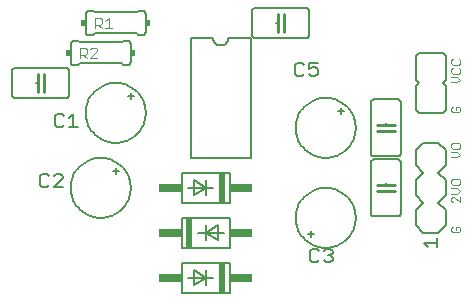
<source format=gto>
G75*
%MOIN*%
%OFA0B0*%
%FSLAX24Y24*%
%IPPOS*%
%LPD*%
%AMOC8*
5,1,8,0,0,1.08239X$1,22.5*
%
%ADD10C,0.0030*%
%ADD11C,0.0060*%
%ADD12C,0.0050*%
%ADD13C,0.0100*%
%ADD14R,0.0200X0.1000*%
%ADD15R,0.0750X0.0300*%
%ADD16R,0.0150X0.0200*%
%ADD17C,0.0040*%
D10*
X015375Y002243D02*
X015423Y002195D01*
X015617Y002195D01*
X015665Y002243D01*
X015665Y002340D01*
X015617Y002388D01*
X015520Y002388D01*
X015520Y002292D01*
X015423Y002388D02*
X015375Y002340D01*
X015375Y002243D01*
X015423Y003195D02*
X015375Y003243D01*
X015375Y003340D01*
X015423Y003388D01*
X015472Y003388D01*
X015665Y003195D01*
X015665Y003388D01*
X015568Y003490D02*
X015665Y003586D01*
X015568Y003683D01*
X015375Y003683D01*
X015423Y003784D02*
X015375Y003833D01*
X015375Y003929D01*
X015423Y003978D01*
X015617Y003978D01*
X015665Y003929D01*
X015665Y003833D01*
X015617Y003784D01*
X015423Y003784D01*
X015375Y003490D02*
X015568Y003490D01*
X015568Y004695D02*
X015375Y004695D01*
X015568Y004695D02*
X015665Y004792D01*
X015568Y004888D01*
X015375Y004888D01*
X015423Y004990D02*
X015375Y005038D01*
X015375Y005135D01*
X015423Y005183D01*
X015617Y005183D01*
X015665Y005135D01*
X015665Y005038D01*
X015617Y004990D01*
X015423Y004990D01*
X015423Y006195D02*
X015617Y006195D01*
X015665Y006243D01*
X015665Y006340D01*
X015617Y006388D01*
X015520Y006388D01*
X015520Y006292D01*
X015423Y006388D02*
X015375Y006340D01*
X015375Y006243D01*
X015423Y006195D01*
X015375Y007195D02*
X015568Y007195D01*
X015665Y007292D01*
X015568Y007388D01*
X015375Y007388D01*
X015423Y007490D02*
X015375Y007538D01*
X015375Y007635D01*
X015423Y007683D01*
X015423Y007784D02*
X015375Y007833D01*
X015375Y007929D01*
X015423Y007978D01*
X015617Y007978D02*
X015665Y007929D01*
X015665Y007833D01*
X015617Y007784D01*
X015423Y007784D01*
X015617Y007683D02*
X015665Y007635D01*
X015665Y007538D01*
X015617Y007490D01*
X015423Y007490D01*
D11*
X015180Y007280D02*
X015180Y008080D01*
X015080Y008180D01*
X014280Y008180D01*
X014180Y008080D01*
X014180Y007280D01*
X014280Y007180D01*
X014180Y007080D01*
X014180Y006280D01*
X014280Y006180D01*
X015080Y006180D01*
X015180Y006280D01*
X015180Y007080D01*
X015080Y007180D01*
X015180Y007280D01*
X013680Y006530D02*
X013680Y004830D01*
X013678Y004813D01*
X013674Y004796D01*
X013667Y004780D01*
X013657Y004766D01*
X013644Y004753D01*
X013630Y004743D01*
X013614Y004736D01*
X013597Y004732D01*
X013580Y004730D01*
X012780Y004730D01*
X012780Y004630D02*
X013580Y004630D01*
X013597Y004628D01*
X013614Y004624D01*
X013630Y004617D01*
X013644Y004607D01*
X013657Y004594D01*
X013667Y004580D01*
X013674Y004564D01*
X013678Y004547D01*
X013680Y004530D01*
X013680Y002830D01*
X013678Y002813D01*
X013674Y002796D01*
X013667Y002780D01*
X013657Y002766D01*
X013644Y002753D01*
X013630Y002743D01*
X013614Y002736D01*
X013597Y002732D01*
X013580Y002730D01*
X012780Y002730D01*
X012763Y002732D01*
X012746Y002736D01*
X012730Y002743D01*
X012716Y002753D01*
X012703Y002766D01*
X012693Y002780D01*
X012686Y002796D01*
X012682Y002813D01*
X012680Y002830D01*
X012680Y004530D01*
X012682Y004547D01*
X012686Y004564D01*
X012693Y004580D01*
X012703Y004594D01*
X012716Y004607D01*
X012730Y004617D01*
X012746Y004624D01*
X012763Y004628D01*
X012780Y004630D01*
X012780Y004730D02*
X012763Y004732D01*
X012746Y004736D01*
X012730Y004743D01*
X012716Y004753D01*
X012703Y004766D01*
X012693Y004780D01*
X012686Y004796D01*
X012682Y004813D01*
X012680Y004830D01*
X012680Y006530D01*
X012682Y006547D01*
X012686Y006564D01*
X012693Y006580D01*
X012703Y006594D01*
X012716Y006607D01*
X012730Y006617D01*
X012746Y006624D01*
X012763Y006628D01*
X012780Y006630D01*
X013580Y006630D01*
X013597Y006628D01*
X013614Y006624D01*
X013630Y006617D01*
X013644Y006607D01*
X013657Y006594D01*
X013667Y006580D01*
X013674Y006564D01*
X013678Y006547D01*
X013680Y006530D01*
X013180Y005830D02*
X013180Y005780D01*
X013180Y005580D02*
X013180Y005530D01*
X014180Y004930D02*
X014430Y005180D01*
X014930Y005180D01*
X015180Y004930D01*
X015180Y004430D01*
X014930Y004180D01*
X015180Y003930D01*
X015180Y003430D01*
X014930Y003180D01*
X015180Y002930D01*
X015180Y002430D01*
X014930Y002180D01*
X014430Y002180D01*
X014180Y002430D01*
X014180Y002930D01*
X014430Y003180D01*
X014180Y003430D01*
X014180Y003930D01*
X014430Y004180D01*
X014180Y004430D01*
X014180Y004930D01*
X013180Y003830D02*
X013180Y003780D01*
X013180Y003580D02*
X013180Y003530D01*
X010180Y002680D02*
X010182Y002743D01*
X010188Y002805D01*
X010198Y002867D01*
X010211Y002929D01*
X010229Y002989D01*
X010250Y003048D01*
X010275Y003106D01*
X010304Y003162D01*
X010336Y003216D01*
X010371Y003268D01*
X010409Y003317D01*
X010451Y003365D01*
X010495Y003409D01*
X010543Y003451D01*
X010592Y003489D01*
X010644Y003524D01*
X010698Y003556D01*
X010754Y003585D01*
X010812Y003610D01*
X010871Y003631D01*
X010931Y003649D01*
X010993Y003662D01*
X011055Y003672D01*
X011117Y003678D01*
X011180Y003680D01*
X011243Y003678D01*
X011305Y003672D01*
X011367Y003662D01*
X011429Y003649D01*
X011489Y003631D01*
X011548Y003610D01*
X011606Y003585D01*
X011662Y003556D01*
X011716Y003524D01*
X011768Y003489D01*
X011817Y003451D01*
X011865Y003409D01*
X011909Y003365D01*
X011951Y003317D01*
X011989Y003268D01*
X012024Y003216D01*
X012056Y003162D01*
X012085Y003106D01*
X012110Y003048D01*
X012131Y002989D01*
X012149Y002929D01*
X012162Y002867D01*
X012172Y002805D01*
X012178Y002743D01*
X012180Y002680D01*
X012178Y002617D01*
X012172Y002555D01*
X012162Y002493D01*
X012149Y002431D01*
X012131Y002371D01*
X012110Y002312D01*
X012085Y002254D01*
X012056Y002198D01*
X012024Y002144D01*
X011989Y002092D01*
X011951Y002043D01*
X011909Y001995D01*
X011865Y001951D01*
X011817Y001909D01*
X011768Y001871D01*
X011716Y001836D01*
X011662Y001804D01*
X011606Y001775D01*
X011548Y001750D01*
X011489Y001729D01*
X011429Y001711D01*
X011367Y001698D01*
X011305Y001688D01*
X011243Y001682D01*
X011180Y001680D01*
X011117Y001682D01*
X011055Y001688D01*
X010993Y001698D01*
X010931Y001711D01*
X010871Y001729D01*
X010812Y001750D01*
X010754Y001775D01*
X010698Y001804D01*
X010644Y001836D01*
X010592Y001871D01*
X010543Y001909D01*
X010495Y001951D01*
X010451Y001995D01*
X010409Y002043D01*
X010371Y002092D01*
X010336Y002144D01*
X010304Y002198D01*
X010275Y002254D01*
X010250Y002312D01*
X010229Y002371D01*
X010211Y002431D01*
X010198Y002493D01*
X010188Y002555D01*
X010182Y002617D01*
X010180Y002680D01*
X010680Y002230D02*
X010680Y002130D01*
X010580Y002130D01*
X010680Y002130D02*
X010680Y002030D01*
X010680Y002130D02*
X010780Y002130D01*
X007980Y001680D02*
X007980Y002680D01*
X006380Y002680D01*
X006380Y001680D01*
X007980Y001680D01*
X007580Y001930D02*
X007180Y002180D01*
X007180Y001930D01*
X007180Y002180D02*
X006930Y002180D01*
X007180Y002180D02*
X007180Y002430D01*
X007180Y002180D02*
X007580Y002430D01*
X007580Y001930D01*
X007780Y002180D02*
X007180Y002180D01*
X007980Y003180D02*
X006380Y003180D01*
X006380Y004180D01*
X007980Y004180D01*
X007980Y003180D01*
X007430Y003680D02*
X007180Y003680D01*
X007180Y003930D01*
X007180Y003680D02*
X007180Y003430D01*
X007180Y003680D02*
X006780Y003430D01*
X006780Y003930D01*
X007180Y003680D01*
X006580Y003680D01*
X006680Y004680D02*
X008680Y004680D01*
X008680Y008680D01*
X007930Y008680D01*
X007928Y008650D01*
X007923Y008620D01*
X007914Y008591D01*
X007901Y008564D01*
X007886Y008538D01*
X007867Y008514D01*
X007846Y008493D01*
X007822Y008474D01*
X007796Y008459D01*
X007769Y008446D01*
X007740Y008437D01*
X007710Y008432D01*
X007680Y008430D01*
X007650Y008432D01*
X007620Y008437D01*
X007591Y008446D01*
X007564Y008459D01*
X007538Y008474D01*
X007514Y008493D01*
X007493Y008514D01*
X007474Y008538D01*
X007459Y008564D01*
X007446Y008591D01*
X007437Y008620D01*
X007432Y008650D01*
X007430Y008680D01*
X006680Y008680D01*
X006680Y004680D01*
X004280Y004230D02*
X004180Y004230D01*
X004180Y004130D01*
X004180Y004230D02*
X004080Y004230D01*
X004180Y004230D02*
X004180Y004330D01*
X002680Y003680D02*
X002682Y003743D01*
X002688Y003805D01*
X002698Y003867D01*
X002711Y003929D01*
X002729Y003989D01*
X002750Y004048D01*
X002775Y004106D01*
X002804Y004162D01*
X002836Y004216D01*
X002871Y004268D01*
X002909Y004317D01*
X002951Y004365D01*
X002995Y004409D01*
X003043Y004451D01*
X003092Y004489D01*
X003144Y004524D01*
X003198Y004556D01*
X003254Y004585D01*
X003312Y004610D01*
X003371Y004631D01*
X003431Y004649D01*
X003493Y004662D01*
X003555Y004672D01*
X003617Y004678D01*
X003680Y004680D01*
X003743Y004678D01*
X003805Y004672D01*
X003867Y004662D01*
X003929Y004649D01*
X003989Y004631D01*
X004048Y004610D01*
X004106Y004585D01*
X004162Y004556D01*
X004216Y004524D01*
X004268Y004489D01*
X004317Y004451D01*
X004365Y004409D01*
X004409Y004365D01*
X004451Y004317D01*
X004489Y004268D01*
X004524Y004216D01*
X004556Y004162D01*
X004585Y004106D01*
X004610Y004048D01*
X004631Y003989D01*
X004649Y003929D01*
X004662Y003867D01*
X004672Y003805D01*
X004678Y003743D01*
X004680Y003680D01*
X004678Y003617D01*
X004672Y003555D01*
X004662Y003493D01*
X004649Y003431D01*
X004631Y003371D01*
X004610Y003312D01*
X004585Y003254D01*
X004556Y003198D01*
X004524Y003144D01*
X004489Y003092D01*
X004451Y003043D01*
X004409Y002995D01*
X004365Y002951D01*
X004317Y002909D01*
X004268Y002871D01*
X004216Y002836D01*
X004162Y002804D01*
X004106Y002775D01*
X004048Y002750D01*
X003989Y002729D01*
X003929Y002711D01*
X003867Y002698D01*
X003805Y002688D01*
X003743Y002682D01*
X003680Y002680D01*
X003617Y002682D01*
X003555Y002688D01*
X003493Y002698D01*
X003431Y002711D01*
X003371Y002729D01*
X003312Y002750D01*
X003254Y002775D01*
X003198Y002804D01*
X003144Y002836D01*
X003092Y002871D01*
X003043Y002909D01*
X002995Y002951D01*
X002951Y002995D01*
X002909Y003043D01*
X002871Y003092D01*
X002836Y003144D01*
X002804Y003198D01*
X002775Y003254D01*
X002750Y003312D01*
X002729Y003371D01*
X002711Y003431D01*
X002698Y003493D01*
X002688Y003555D01*
X002682Y003617D01*
X002680Y003680D01*
X003180Y006180D02*
X003182Y006243D01*
X003188Y006305D01*
X003198Y006367D01*
X003211Y006429D01*
X003229Y006489D01*
X003250Y006548D01*
X003275Y006606D01*
X003304Y006662D01*
X003336Y006716D01*
X003371Y006768D01*
X003409Y006817D01*
X003451Y006865D01*
X003495Y006909D01*
X003543Y006951D01*
X003592Y006989D01*
X003644Y007024D01*
X003698Y007056D01*
X003754Y007085D01*
X003812Y007110D01*
X003871Y007131D01*
X003931Y007149D01*
X003993Y007162D01*
X004055Y007172D01*
X004117Y007178D01*
X004180Y007180D01*
X004243Y007178D01*
X004305Y007172D01*
X004367Y007162D01*
X004429Y007149D01*
X004489Y007131D01*
X004548Y007110D01*
X004606Y007085D01*
X004662Y007056D01*
X004716Y007024D01*
X004768Y006989D01*
X004817Y006951D01*
X004865Y006909D01*
X004909Y006865D01*
X004951Y006817D01*
X004989Y006768D01*
X005024Y006716D01*
X005056Y006662D01*
X005085Y006606D01*
X005110Y006548D01*
X005131Y006489D01*
X005149Y006429D01*
X005162Y006367D01*
X005172Y006305D01*
X005178Y006243D01*
X005180Y006180D01*
X005178Y006117D01*
X005172Y006055D01*
X005162Y005993D01*
X005149Y005931D01*
X005131Y005871D01*
X005110Y005812D01*
X005085Y005754D01*
X005056Y005698D01*
X005024Y005644D01*
X004989Y005592D01*
X004951Y005543D01*
X004909Y005495D01*
X004865Y005451D01*
X004817Y005409D01*
X004768Y005371D01*
X004716Y005336D01*
X004662Y005304D01*
X004606Y005275D01*
X004548Y005250D01*
X004489Y005229D01*
X004429Y005211D01*
X004367Y005198D01*
X004305Y005188D01*
X004243Y005182D01*
X004180Y005180D01*
X004117Y005182D01*
X004055Y005188D01*
X003993Y005198D01*
X003931Y005211D01*
X003871Y005229D01*
X003812Y005250D01*
X003754Y005275D01*
X003698Y005304D01*
X003644Y005336D01*
X003592Y005371D01*
X003543Y005409D01*
X003495Y005451D01*
X003451Y005495D01*
X003409Y005543D01*
X003371Y005592D01*
X003336Y005644D01*
X003304Y005698D01*
X003275Y005754D01*
X003250Y005812D01*
X003229Y005871D01*
X003211Y005931D01*
X003198Y005993D01*
X003188Y006055D01*
X003182Y006117D01*
X003180Y006180D01*
X002530Y006680D02*
X000830Y006680D01*
X000813Y006682D01*
X000796Y006686D01*
X000780Y006693D01*
X000766Y006703D01*
X000753Y006716D01*
X000743Y006730D01*
X000736Y006746D01*
X000732Y006763D01*
X000730Y006780D01*
X000730Y007580D01*
X000732Y007597D01*
X000736Y007614D01*
X000743Y007630D01*
X000753Y007644D01*
X000766Y007657D01*
X000780Y007667D01*
X000796Y007674D01*
X000813Y007678D01*
X000830Y007680D01*
X002530Y007680D01*
X002547Y007678D01*
X002564Y007674D01*
X002580Y007667D01*
X002594Y007657D01*
X002607Y007644D01*
X002617Y007630D01*
X002624Y007614D01*
X002628Y007597D01*
X002630Y007580D01*
X002630Y006780D01*
X002628Y006763D01*
X002624Y006746D01*
X002617Y006730D01*
X002607Y006716D01*
X002594Y006703D01*
X002580Y006693D01*
X002564Y006686D01*
X002547Y006682D01*
X002530Y006680D01*
X001830Y007180D02*
X001780Y007180D01*
X001580Y007180D02*
X001530Y007180D01*
X002680Y007880D02*
X002680Y008480D01*
X002682Y008497D01*
X002686Y008514D01*
X002693Y008530D01*
X002703Y008544D01*
X002716Y008557D01*
X002730Y008567D01*
X002746Y008574D01*
X002763Y008578D01*
X002780Y008580D01*
X002930Y008580D01*
X002980Y008530D01*
X004380Y008530D01*
X004430Y008580D01*
X004580Y008580D01*
X004597Y008578D01*
X004614Y008574D01*
X004630Y008567D01*
X004644Y008557D01*
X004657Y008544D01*
X004667Y008530D01*
X004674Y008514D01*
X004678Y008497D01*
X004680Y008480D01*
X004680Y007880D01*
X004678Y007863D01*
X004674Y007846D01*
X004667Y007830D01*
X004657Y007816D01*
X004644Y007803D01*
X004630Y007793D01*
X004614Y007786D01*
X004597Y007782D01*
X004580Y007780D01*
X004430Y007780D01*
X004380Y007830D01*
X002980Y007830D01*
X002930Y007780D01*
X002780Y007780D01*
X002763Y007782D01*
X002746Y007786D01*
X002730Y007793D01*
X002716Y007803D01*
X002703Y007816D01*
X002693Y007830D01*
X002686Y007846D01*
X002682Y007863D01*
X002680Y007880D01*
X003280Y008780D02*
X003430Y008780D01*
X003480Y008830D01*
X004880Y008830D01*
X004930Y008780D01*
X005080Y008780D01*
X005097Y008782D01*
X005114Y008786D01*
X005130Y008793D01*
X005144Y008803D01*
X005157Y008816D01*
X005167Y008830D01*
X005174Y008846D01*
X005178Y008863D01*
X005180Y008880D01*
X005180Y009480D01*
X005178Y009497D01*
X005174Y009514D01*
X005167Y009530D01*
X005157Y009544D01*
X005144Y009557D01*
X005130Y009567D01*
X005114Y009574D01*
X005097Y009578D01*
X005080Y009580D01*
X004930Y009580D01*
X004880Y009530D01*
X003480Y009530D01*
X003430Y009580D01*
X003280Y009580D01*
X003263Y009578D01*
X003246Y009574D01*
X003230Y009567D01*
X003216Y009557D01*
X003203Y009544D01*
X003193Y009530D01*
X003186Y009514D01*
X003182Y009497D01*
X003180Y009480D01*
X003180Y008880D01*
X003182Y008863D01*
X003186Y008846D01*
X003193Y008830D01*
X003203Y008816D01*
X003216Y008803D01*
X003230Y008793D01*
X003246Y008786D01*
X003263Y008782D01*
X003280Y008780D01*
X004680Y006830D02*
X004680Y006730D01*
X004780Y006730D01*
X004680Y006730D02*
X004680Y006630D01*
X004680Y006730D02*
X004580Y006730D01*
X008730Y008780D02*
X008730Y009580D01*
X008732Y009597D01*
X008736Y009614D01*
X008743Y009630D01*
X008753Y009644D01*
X008766Y009657D01*
X008780Y009667D01*
X008796Y009674D01*
X008813Y009678D01*
X008830Y009680D01*
X010530Y009680D01*
X010547Y009678D01*
X010564Y009674D01*
X010580Y009667D01*
X010594Y009657D01*
X010607Y009644D01*
X010617Y009630D01*
X010624Y009614D01*
X010628Y009597D01*
X010630Y009580D01*
X010630Y008780D01*
X010628Y008763D01*
X010624Y008746D01*
X010617Y008730D01*
X010607Y008716D01*
X010594Y008703D01*
X010580Y008693D01*
X010564Y008686D01*
X010547Y008682D01*
X010530Y008680D01*
X008830Y008680D01*
X008813Y008682D01*
X008796Y008686D01*
X008780Y008693D01*
X008766Y008703D01*
X008753Y008716D01*
X008743Y008730D01*
X008736Y008746D01*
X008732Y008763D01*
X008730Y008780D01*
X009530Y009180D02*
X009580Y009180D01*
X009780Y009180D02*
X009830Y009180D01*
X011680Y006330D02*
X011680Y006230D01*
X011780Y006230D01*
X011680Y006230D02*
X011680Y006130D01*
X011680Y006230D02*
X011580Y006230D01*
X010180Y005680D02*
X010182Y005743D01*
X010188Y005805D01*
X010198Y005867D01*
X010211Y005929D01*
X010229Y005989D01*
X010250Y006048D01*
X010275Y006106D01*
X010304Y006162D01*
X010336Y006216D01*
X010371Y006268D01*
X010409Y006317D01*
X010451Y006365D01*
X010495Y006409D01*
X010543Y006451D01*
X010592Y006489D01*
X010644Y006524D01*
X010698Y006556D01*
X010754Y006585D01*
X010812Y006610D01*
X010871Y006631D01*
X010931Y006649D01*
X010993Y006662D01*
X011055Y006672D01*
X011117Y006678D01*
X011180Y006680D01*
X011243Y006678D01*
X011305Y006672D01*
X011367Y006662D01*
X011429Y006649D01*
X011489Y006631D01*
X011548Y006610D01*
X011606Y006585D01*
X011662Y006556D01*
X011716Y006524D01*
X011768Y006489D01*
X011817Y006451D01*
X011865Y006409D01*
X011909Y006365D01*
X011951Y006317D01*
X011989Y006268D01*
X012024Y006216D01*
X012056Y006162D01*
X012085Y006106D01*
X012110Y006048D01*
X012131Y005989D01*
X012149Y005929D01*
X012162Y005867D01*
X012172Y005805D01*
X012178Y005743D01*
X012180Y005680D01*
X012178Y005617D01*
X012172Y005555D01*
X012162Y005493D01*
X012149Y005431D01*
X012131Y005371D01*
X012110Y005312D01*
X012085Y005254D01*
X012056Y005198D01*
X012024Y005144D01*
X011989Y005092D01*
X011951Y005043D01*
X011909Y004995D01*
X011865Y004951D01*
X011817Y004909D01*
X011768Y004871D01*
X011716Y004836D01*
X011662Y004804D01*
X011606Y004775D01*
X011548Y004750D01*
X011489Y004729D01*
X011429Y004711D01*
X011367Y004698D01*
X011305Y004688D01*
X011243Y004682D01*
X011180Y004680D01*
X011117Y004682D01*
X011055Y004688D01*
X010993Y004698D01*
X010931Y004711D01*
X010871Y004729D01*
X010812Y004750D01*
X010754Y004775D01*
X010698Y004804D01*
X010644Y004836D01*
X010592Y004871D01*
X010543Y004909D01*
X010495Y004951D01*
X010451Y004995D01*
X010409Y005043D01*
X010371Y005092D01*
X010336Y005144D01*
X010304Y005198D01*
X010275Y005254D01*
X010250Y005312D01*
X010229Y005371D01*
X010211Y005431D01*
X010198Y005493D01*
X010188Y005555D01*
X010182Y005617D01*
X010180Y005680D01*
X007980Y001180D02*
X006380Y001180D01*
X006380Y000180D01*
X007980Y000180D01*
X007980Y001180D01*
X007430Y000680D02*
X007180Y000680D01*
X007180Y000930D01*
X007180Y000680D02*
X007180Y000430D01*
X007180Y000680D02*
X006780Y000430D01*
X006780Y000930D01*
X007180Y000680D01*
X006580Y000680D01*
D12*
X001880Y003705D02*
X001730Y003705D01*
X001655Y003780D01*
X001655Y004080D01*
X001730Y004155D01*
X001880Y004155D01*
X001955Y004080D01*
X002115Y004080D02*
X002190Y004155D01*
X002341Y004155D01*
X002416Y004080D01*
X002416Y004005D01*
X002115Y003705D01*
X002416Y003705D01*
X001955Y003780D02*
X001880Y003705D01*
X002230Y005705D02*
X002380Y005705D01*
X002455Y005780D01*
X002615Y005705D02*
X002916Y005705D01*
X002766Y005705D02*
X002766Y006155D01*
X002615Y006005D01*
X002455Y006080D02*
X002380Y006155D01*
X002230Y006155D01*
X002155Y006080D01*
X002155Y005780D01*
X002230Y005705D01*
X010155Y007480D02*
X010230Y007405D01*
X010380Y007405D01*
X010455Y007480D01*
X010615Y007480D02*
X010690Y007405D01*
X010841Y007405D01*
X010916Y007480D01*
X010916Y007630D01*
X010841Y007705D01*
X010766Y007705D01*
X010615Y007630D01*
X010615Y007855D01*
X010916Y007855D01*
X010455Y007780D02*
X010380Y007855D01*
X010230Y007855D01*
X010155Y007780D01*
X010155Y007480D01*
X014905Y002005D02*
X014905Y001705D01*
X014905Y001855D02*
X014455Y001855D01*
X014605Y001705D01*
X011416Y001580D02*
X011416Y001505D01*
X011341Y001430D01*
X011416Y001355D01*
X011416Y001280D01*
X011341Y001205D01*
X011190Y001205D01*
X011115Y001280D01*
X010955Y001280D02*
X010880Y001205D01*
X010730Y001205D01*
X010655Y001280D01*
X010655Y001580D01*
X010730Y001655D01*
X010880Y001655D01*
X010955Y001580D01*
X011115Y001580D02*
X011190Y001655D01*
X011341Y001655D01*
X011416Y001580D01*
X011341Y001430D02*
X011266Y001430D01*
D13*
X012880Y003580D02*
X013180Y003580D01*
X013480Y003580D01*
X013480Y003780D02*
X013180Y003780D01*
X012880Y003780D01*
X012880Y005580D02*
X013180Y005580D01*
X013480Y005580D01*
X013480Y005780D02*
X013180Y005780D01*
X012880Y005780D01*
X009780Y008880D02*
X009780Y009180D01*
X009780Y009480D01*
X009580Y009480D02*
X009580Y009180D01*
X009580Y008880D01*
X001780Y007480D02*
X001780Y007180D01*
X001780Y006880D01*
X001580Y006880D02*
X001580Y007180D01*
X001580Y007480D01*
D14*
X007730Y003680D03*
X006630Y002180D03*
X007730Y000680D03*
D15*
X008355Y000680D03*
X008355Y002180D03*
X008355Y003680D03*
X006005Y003680D03*
X006005Y002180D03*
X006005Y000680D03*
D16*
X004755Y008180D03*
X005255Y009180D03*
X003105Y009180D03*
X002605Y008180D03*
D17*
X002982Y008127D02*
X003157Y008127D01*
X003215Y008185D01*
X003215Y008302D01*
X003157Y008360D01*
X002982Y008360D01*
X002982Y008010D01*
X003099Y008127D02*
X003215Y008010D01*
X003341Y008010D02*
X003574Y008244D01*
X003574Y008302D01*
X003516Y008360D01*
X003399Y008360D01*
X003341Y008302D01*
X003341Y008010D02*
X003574Y008010D01*
X003482Y009010D02*
X003482Y009360D01*
X003657Y009360D01*
X003715Y009302D01*
X003715Y009185D01*
X003657Y009127D01*
X003482Y009127D01*
X003599Y009127D02*
X003715Y009010D01*
X003841Y009010D02*
X004074Y009010D01*
X003958Y009010D02*
X003958Y009360D01*
X003841Y009244D01*
M02*

</source>
